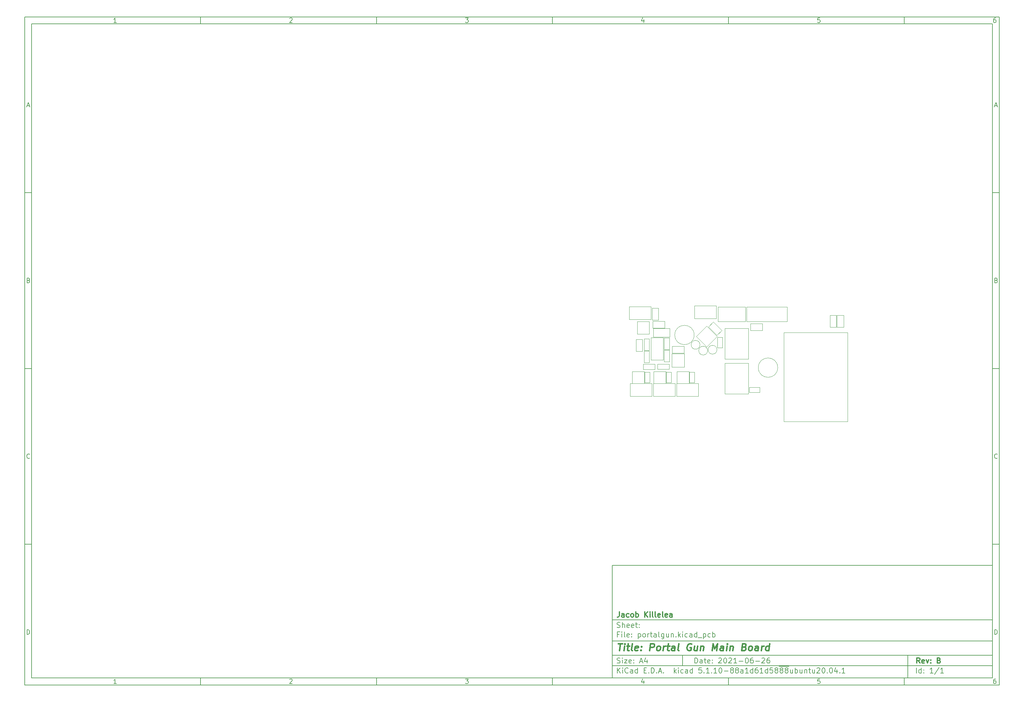
<source format=gbr>
%TF.GenerationSoftware,KiCad,Pcbnew,5.1.10-88a1d61d58~88~ubuntu20.04.1*%
%TF.CreationDate,2021-06-26T15:26:23-05:00*%
%TF.ProjectId,portalgun,706f7274-616c-4677-956e-2e6b69636164,B*%
%TF.SameCoordinates,Original*%
%TF.FileFunction,Other,User*%
%FSLAX46Y46*%
G04 Gerber Fmt 4.6, Leading zero omitted, Abs format (unit mm)*
G04 Created by KiCad (PCBNEW 5.1.10-88a1d61d58~88~ubuntu20.04.1) date 2021-06-26 15:26:23*
%MOMM*%
%LPD*%
G01*
G04 APERTURE LIST*
%ADD10C,0.100000*%
%ADD11C,0.150000*%
%ADD12C,0.300000*%
%ADD13C,0.400000*%
%ADD14C,0.050000*%
G04 APERTURE END LIST*
D10*
D11*
X177002200Y-166007200D02*
X177002200Y-198007200D01*
X285002200Y-198007200D01*
X285002200Y-166007200D01*
X177002200Y-166007200D01*
D10*
D11*
X10000000Y-10000000D02*
X10000000Y-200007200D01*
X287002200Y-200007200D01*
X287002200Y-10000000D01*
X10000000Y-10000000D01*
D10*
D11*
X12000000Y-12000000D02*
X12000000Y-198007200D01*
X285002200Y-198007200D01*
X285002200Y-12000000D01*
X12000000Y-12000000D01*
D10*
D11*
X60000000Y-12000000D02*
X60000000Y-10000000D01*
D10*
D11*
X110000000Y-12000000D02*
X110000000Y-10000000D01*
D10*
D11*
X160000000Y-12000000D02*
X160000000Y-10000000D01*
D10*
D11*
X210000000Y-12000000D02*
X210000000Y-10000000D01*
D10*
D11*
X260000000Y-12000000D02*
X260000000Y-10000000D01*
D10*
D11*
X36065476Y-11588095D02*
X35322619Y-11588095D01*
X35694047Y-11588095D02*
X35694047Y-10288095D01*
X35570238Y-10473809D01*
X35446428Y-10597619D01*
X35322619Y-10659523D01*
D10*
D11*
X85322619Y-10411904D02*
X85384523Y-10350000D01*
X85508333Y-10288095D01*
X85817857Y-10288095D01*
X85941666Y-10350000D01*
X86003571Y-10411904D01*
X86065476Y-10535714D01*
X86065476Y-10659523D01*
X86003571Y-10845238D01*
X85260714Y-11588095D01*
X86065476Y-11588095D01*
D10*
D11*
X135260714Y-10288095D02*
X136065476Y-10288095D01*
X135632142Y-10783333D01*
X135817857Y-10783333D01*
X135941666Y-10845238D01*
X136003571Y-10907142D01*
X136065476Y-11030952D01*
X136065476Y-11340476D01*
X136003571Y-11464285D01*
X135941666Y-11526190D01*
X135817857Y-11588095D01*
X135446428Y-11588095D01*
X135322619Y-11526190D01*
X135260714Y-11464285D01*
D10*
D11*
X185941666Y-10721428D02*
X185941666Y-11588095D01*
X185632142Y-10226190D02*
X185322619Y-11154761D01*
X186127380Y-11154761D01*
D10*
D11*
X236003571Y-10288095D02*
X235384523Y-10288095D01*
X235322619Y-10907142D01*
X235384523Y-10845238D01*
X235508333Y-10783333D01*
X235817857Y-10783333D01*
X235941666Y-10845238D01*
X236003571Y-10907142D01*
X236065476Y-11030952D01*
X236065476Y-11340476D01*
X236003571Y-11464285D01*
X235941666Y-11526190D01*
X235817857Y-11588095D01*
X235508333Y-11588095D01*
X235384523Y-11526190D01*
X235322619Y-11464285D01*
D10*
D11*
X285941666Y-10288095D02*
X285694047Y-10288095D01*
X285570238Y-10350000D01*
X285508333Y-10411904D01*
X285384523Y-10597619D01*
X285322619Y-10845238D01*
X285322619Y-11340476D01*
X285384523Y-11464285D01*
X285446428Y-11526190D01*
X285570238Y-11588095D01*
X285817857Y-11588095D01*
X285941666Y-11526190D01*
X286003571Y-11464285D01*
X286065476Y-11340476D01*
X286065476Y-11030952D01*
X286003571Y-10907142D01*
X285941666Y-10845238D01*
X285817857Y-10783333D01*
X285570238Y-10783333D01*
X285446428Y-10845238D01*
X285384523Y-10907142D01*
X285322619Y-11030952D01*
D10*
D11*
X60000000Y-198007200D02*
X60000000Y-200007200D01*
D10*
D11*
X110000000Y-198007200D02*
X110000000Y-200007200D01*
D10*
D11*
X160000000Y-198007200D02*
X160000000Y-200007200D01*
D10*
D11*
X210000000Y-198007200D02*
X210000000Y-200007200D01*
D10*
D11*
X260000000Y-198007200D02*
X260000000Y-200007200D01*
D10*
D11*
X36065476Y-199595295D02*
X35322619Y-199595295D01*
X35694047Y-199595295D02*
X35694047Y-198295295D01*
X35570238Y-198481009D01*
X35446428Y-198604819D01*
X35322619Y-198666723D01*
D10*
D11*
X85322619Y-198419104D02*
X85384523Y-198357200D01*
X85508333Y-198295295D01*
X85817857Y-198295295D01*
X85941666Y-198357200D01*
X86003571Y-198419104D01*
X86065476Y-198542914D01*
X86065476Y-198666723D01*
X86003571Y-198852438D01*
X85260714Y-199595295D01*
X86065476Y-199595295D01*
D10*
D11*
X135260714Y-198295295D02*
X136065476Y-198295295D01*
X135632142Y-198790533D01*
X135817857Y-198790533D01*
X135941666Y-198852438D01*
X136003571Y-198914342D01*
X136065476Y-199038152D01*
X136065476Y-199347676D01*
X136003571Y-199471485D01*
X135941666Y-199533390D01*
X135817857Y-199595295D01*
X135446428Y-199595295D01*
X135322619Y-199533390D01*
X135260714Y-199471485D01*
D10*
D11*
X185941666Y-198728628D02*
X185941666Y-199595295D01*
X185632142Y-198233390D02*
X185322619Y-199161961D01*
X186127380Y-199161961D01*
D10*
D11*
X236003571Y-198295295D02*
X235384523Y-198295295D01*
X235322619Y-198914342D01*
X235384523Y-198852438D01*
X235508333Y-198790533D01*
X235817857Y-198790533D01*
X235941666Y-198852438D01*
X236003571Y-198914342D01*
X236065476Y-199038152D01*
X236065476Y-199347676D01*
X236003571Y-199471485D01*
X235941666Y-199533390D01*
X235817857Y-199595295D01*
X235508333Y-199595295D01*
X235384523Y-199533390D01*
X235322619Y-199471485D01*
D10*
D11*
X285941666Y-198295295D02*
X285694047Y-198295295D01*
X285570238Y-198357200D01*
X285508333Y-198419104D01*
X285384523Y-198604819D01*
X285322619Y-198852438D01*
X285322619Y-199347676D01*
X285384523Y-199471485D01*
X285446428Y-199533390D01*
X285570238Y-199595295D01*
X285817857Y-199595295D01*
X285941666Y-199533390D01*
X286003571Y-199471485D01*
X286065476Y-199347676D01*
X286065476Y-199038152D01*
X286003571Y-198914342D01*
X285941666Y-198852438D01*
X285817857Y-198790533D01*
X285570238Y-198790533D01*
X285446428Y-198852438D01*
X285384523Y-198914342D01*
X285322619Y-199038152D01*
D10*
D11*
X10000000Y-60000000D02*
X12000000Y-60000000D01*
D10*
D11*
X10000000Y-110000000D02*
X12000000Y-110000000D01*
D10*
D11*
X10000000Y-160000000D02*
X12000000Y-160000000D01*
D10*
D11*
X10690476Y-35216666D02*
X11309523Y-35216666D01*
X10566666Y-35588095D02*
X11000000Y-34288095D01*
X11433333Y-35588095D01*
D10*
D11*
X11092857Y-84907142D02*
X11278571Y-84969047D01*
X11340476Y-85030952D01*
X11402380Y-85154761D01*
X11402380Y-85340476D01*
X11340476Y-85464285D01*
X11278571Y-85526190D01*
X11154761Y-85588095D01*
X10659523Y-85588095D01*
X10659523Y-84288095D01*
X11092857Y-84288095D01*
X11216666Y-84350000D01*
X11278571Y-84411904D01*
X11340476Y-84535714D01*
X11340476Y-84659523D01*
X11278571Y-84783333D01*
X11216666Y-84845238D01*
X11092857Y-84907142D01*
X10659523Y-84907142D01*
D10*
D11*
X11402380Y-135464285D02*
X11340476Y-135526190D01*
X11154761Y-135588095D01*
X11030952Y-135588095D01*
X10845238Y-135526190D01*
X10721428Y-135402380D01*
X10659523Y-135278571D01*
X10597619Y-135030952D01*
X10597619Y-134845238D01*
X10659523Y-134597619D01*
X10721428Y-134473809D01*
X10845238Y-134350000D01*
X11030952Y-134288095D01*
X11154761Y-134288095D01*
X11340476Y-134350000D01*
X11402380Y-134411904D01*
D10*
D11*
X10659523Y-185588095D02*
X10659523Y-184288095D01*
X10969047Y-184288095D01*
X11154761Y-184350000D01*
X11278571Y-184473809D01*
X11340476Y-184597619D01*
X11402380Y-184845238D01*
X11402380Y-185030952D01*
X11340476Y-185278571D01*
X11278571Y-185402380D01*
X11154761Y-185526190D01*
X10969047Y-185588095D01*
X10659523Y-185588095D01*
D10*
D11*
X287002200Y-60000000D02*
X285002200Y-60000000D01*
D10*
D11*
X287002200Y-110000000D02*
X285002200Y-110000000D01*
D10*
D11*
X287002200Y-160000000D02*
X285002200Y-160000000D01*
D10*
D11*
X285692676Y-35216666D02*
X286311723Y-35216666D01*
X285568866Y-35588095D02*
X286002200Y-34288095D01*
X286435533Y-35588095D01*
D10*
D11*
X286095057Y-84907142D02*
X286280771Y-84969047D01*
X286342676Y-85030952D01*
X286404580Y-85154761D01*
X286404580Y-85340476D01*
X286342676Y-85464285D01*
X286280771Y-85526190D01*
X286156961Y-85588095D01*
X285661723Y-85588095D01*
X285661723Y-84288095D01*
X286095057Y-84288095D01*
X286218866Y-84350000D01*
X286280771Y-84411904D01*
X286342676Y-84535714D01*
X286342676Y-84659523D01*
X286280771Y-84783333D01*
X286218866Y-84845238D01*
X286095057Y-84907142D01*
X285661723Y-84907142D01*
D10*
D11*
X286404580Y-135464285D02*
X286342676Y-135526190D01*
X286156961Y-135588095D01*
X286033152Y-135588095D01*
X285847438Y-135526190D01*
X285723628Y-135402380D01*
X285661723Y-135278571D01*
X285599819Y-135030952D01*
X285599819Y-134845238D01*
X285661723Y-134597619D01*
X285723628Y-134473809D01*
X285847438Y-134350000D01*
X286033152Y-134288095D01*
X286156961Y-134288095D01*
X286342676Y-134350000D01*
X286404580Y-134411904D01*
D10*
D11*
X285661723Y-185588095D02*
X285661723Y-184288095D01*
X285971247Y-184288095D01*
X286156961Y-184350000D01*
X286280771Y-184473809D01*
X286342676Y-184597619D01*
X286404580Y-184845238D01*
X286404580Y-185030952D01*
X286342676Y-185278571D01*
X286280771Y-185402380D01*
X286156961Y-185526190D01*
X285971247Y-185588095D01*
X285661723Y-185588095D01*
D10*
D11*
X200434342Y-193785771D02*
X200434342Y-192285771D01*
X200791485Y-192285771D01*
X201005771Y-192357200D01*
X201148628Y-192500057D01*
X201220057Y-192642914D01*
X201291485Y-192928628D01*
X201291485Y-193142914D01*
X201220057Y-193428628D01*
X201148628Y-193571485D01*
X201005771Y-193714342D01*
X200791485Y-193785771D01*
X200434342Y-193785771D01*
X202577200Y-193785771D02*
X202577200Y-193000057D01*
X202505771Y-192857200D01*
X202362914Y-192785771D01*
X202077200Y-192785771D01*
X201934342Y-192857200D01*
X202577200Y-193714342D02*
X202434342Y-193785771D01*
X202077200Y-193785771D01*
X201934342Y-193714342D01*
X201862914Y-193571485D01*
X201862914Y-193428628D01*
X201934342Y-193285771D01*
X202077200Y-193214342D01*
X202434342Y-193214342D01*
X202577200Y-193142914D01*
X203077200Y-192785771D02*
X203648628Y-192785771D01*
X203291485Y-192285771D02*
X203291485Y-193571485D01*
X203362914Y-193714342D01*
X203505771Y-193785771D01*
X203648628Y-193785771D01*
X204720057Y-193714342D02*
X204577200Y-193785771D01*
X204291485Y-193785771D01*
X204148628Y-193714342D01*
X204077200Y-193571485D01*
X204077200Y-193000057D01*
X204148628Y-192857200D01*
X204291485Y-192785771D01*
X204577200Y-192785771D01*
X204720057Y-192857200D01*
X204791485Y-193000057D01*
X204791485Y-193142914D01*
X204077200Y-193285771D01*
X205434342Y-193642914D02*
X205505771Y-193714342D01*
X205434342Y-193785771D01*
X205362914Y-193714342D01*
X205434342Y-193642914D01*
X205434342Y-193785771D01*
X205434342Y-192857200D02*
X205505771Y-192928628D01*
X205434342Y-193000057D01*
X205362914Y-192928628D01*
X205434342Y-192857200D01*
X205434342Y-193000057D01*
X207220057Y-192428628D02*
X207291485Y-192357200D01*
X207434342Y-192285771D01*
X207791485Y-192285771D01*
X207934342Y-192357200D01*
X208005771Y-192428628D01*
X208077200Y-192571485D01*
X208077200Y-192714342D01*
X208005771Y-192928628D01*
X207148628Y-193785771D01*
X208077200Y-193785771D01*
X209005771Y-192285771D02*
X209148628Y-192285771D01*
X209291485Y-192357200D01*
X209362914Y-192428628D01*
X209434342Y-192571485D01*
X209505771Y-192857200D01*
X209505771Y-193214342D01*
X209434342Y-193500057D01*
X209362914Y-193642914D01*
X209291485Y-193714342D01*
X209148628Y-193785771D01*
X209005771Y-193785771D01*
X208862914Y-193714342D01*
X208791485Y-193642914D01*
X208720057Y-193500057D01*
X208648628Y-193214342D01*
X208648628Y-192857200D01*
X208720057Y-192571485D01*
X208791485Y-192428628D01*
X208862914Y-192357200D01*
X209005771Y-192285771D01*
X210077200Y-192428628D02*
X210148628Y-192357200D01*
X210291485Y-192285771D01*
X210648628Y-192285771D01*
X210791485Y-192357200D01*
X210862914Y-192428628D01*
X210934342Y-192571485D01*
X210934342Y-192714342D01*
X210862914Y-192928628D01*
X210005771Y-193785771D01*
X210934342Y-193785771D01*
X212362914Y-193785771D02*
X211505771Y-193785771D01*
X211934342Y-193785771D02*
X211934342Y-192285771D01*
X211791485Y-192500057D01*
X211648628Y-192642914D01*
X211505771Y-192714342D01*
X213005771Y-193214342D02*
X214148628Y-193214342D01*
X215148628Y-192285771D02*
X215291485Y-192285771D01*
X215434342Y-192357200D01*
X215505771Y-192428628D01*
X215577200Y-192571485D01*
X215648628Y-192857200D01*
X215648628Y-193214342D01*
X215577200Y-193500057D01*
X215505771Y-193642914D01*
X215434342Y-193714342D01*
X215291485Y-193785771D01*
X215148628Y-193785771D01*
X215005771Y-193714342D01*
X214934342Y-193642914D01*
X214862914Y-193500057D01*
X214791485Y-193214342D01*
X214791485Y-192857200D01*
X214862914Y-192571485D01*
X214934342Y-192428628D01*
X215005771Y-192357200D01*
X215148628Y-192285771D01*
X216934342Y-192285771D02*
X216648628Y-192285771D01*
X216505771Y-192357200D01*
X216434342Y-192428628D01*
X216291485Y-192642914D01*
X216220057Y-192928628D01*
X216220057Y-193500057D01*
X216291485Y-193642914D01*
X216362914Y-193714342D01*
X216505771Y-193785771D01*
X216791485Y-193785771D01*
X216934342Y-193714342D01*
X217005771Y-193642914D01*
X217077200Y-193500057D01*
X217077200Y-193142914D01*
X217005771Y-193000057D01*
X216934342Y-192928628D01*
X216791485Y-192857200D01*
X216505771Y-192857200D01*
X216362914Y-192928628D01*
X216291485Y-193000057D01*
X216220057Y-193142914D01*
X217720057Y-193214342D02*
X218862914Y-193214342D01*
X219505771Y-192428628D02*
X219577200Y-192357200D01*
X219720057Y-192285771D01*
X220077200Y-192285771D01*
X220220057Y-192357200D01*
X220291485Y-192428628D01*
X220362914Y-192571485D01*
X220362914Y-192714342D01*
X220291485Y-192928628D01*
X219434342Y-193785771D01*
X220362914Y-193785771D01*
X221648628Y-192285771D02*
X221362914Y-192285771D01*
X221220057Y-192357200D01*
X221148628Y-192428628D01*
X221005771Y-192642914D01*
X220934342Y-192928628D01*
X220934342Y-193500057D01*
X221005771Y-193642914D01*
X221077200Y-193714342D01*
X221220057Y-193785771D01*
X221505771Y-193785771D01*
X221648628Y-193714342D01*
X221720057Y-193642914D01*
X221791485Y-193500057D01*
X221791485Y-193142914D01*
X221720057Y-193000057D01*
X221648628Y-192928628D01*
X221505771Y-192857200D01*
X221220057Y-192857200D01*
X221077200Y-192928628D01*
X221005771Y-193000057D01*
X220934342Y-193142914D01*
D10*
D11*
X177002200Y-194507200D02*
X285002200Y-194507200D01*
D10*
D11*
X178434342Y-196585771D02*
X178434342Y-195085771D01*
X179291485Y-196585771D02*
X178648628Y-195728628D01*
X179291485Y-195085771D02*
X178434342Y-195942914D01*
X179934342Y-196585771D02*
X179934342Y-195585771D01*
X179934342Y-195085771D02*
X179862914Y-195157200D01*
X179934342Y-195228628D01*
X180005771Y-195157200D01*
X179934342Y-195085771D01*
X179934342Y-195228628D01*
X181505771Y-196442914D02*
X181434342Y-196514342D01*
X181220057Y-196585771D01*
X181077200Y-196585771D01*
X180862914Y-196514342D01*
X180720057Y-196371485D01*
X180648628Y-196228628D01*
X180577200Y-195942914D01*
X180577200Y-195728628D01*
X180648628Y-195442914D01*
X180720057Y-195300057D01*
X180862914Y-195157200D01*
X181077200Y-195085771D01*
X181220057Y-195085771D01*
X181434342Y-195157200D01*
X181505771Y-195228628D01*
X182791485Y-196585771D02*
X182791485Y-195800057D01*
X182720057Y-195657200D01*
X182577200Y-195585771D01*
X182291485Y-195585771D01*
X182148628Y-195657200D01*
X182791485Y-196514342D02*
X182648628Y-196585771D01*
X182291485Y-196585771D01*
X182148628Y-196514342D01*
X182077200Y-196371485D01*
X182077200Y-196228628D01*
X182148628Y-196085771D01*
X182291485Y-196014342D01*
X182648628Y-196014342D01*
X182791485Y-195942914D01*
X184148628Y-196585771D02*
X184148628Y-195085771D01*
X184148628Y-196514342D02*
X184005771Y-196585771D01*
X183720057Y-196585771D01*
X183577200Y-196514342D01*
X183505771Y-196442914D01*
X183434342Y-196300057D01*
X183434342Y-195871485D01*
X183505771Y-195728628D01*
X183577200Y-195657200D01*
X183720057Y-195585771D01*
X184005771Y-195585771D01*
X184148628Y-195657200D01*
X186005771Y-195800057D02*
X186505771Y-195800057D01*
X186720057Y-196585771D02*
X186005771Y-196585771D01*
X186005771Y-195085771D01*
X186720057Y-195085771D01*
X187362914Y-196442914D02*
X187434342Y-196514342D01*
X187362914Y-196585771D01*
X187291485Y-196514342D01*
X187362914Y-196442914D01*
X187362914Y-196585771D01*
X188077200Y-196585771D02*
X188077200Y-195085771D01*
X188434342Y-195085771D01*
X188648628Y-195157200D01*
X188791485Y-195300057D01*
X188862914Y-195442914D01*
X188934342Y-195728628D01*
X188934342Y-195942914D01*
X188862914Y-196228628D01*
X188791485Y-196371485D01*
X188648628Y-196514342D01*
X188434342Y-196585771D01*
X188077200Y-196585771D01*
X189577200Y-196442914D02*
X189648628Y-196514342D01*
X189577200Y-196585771D01*
X189505771Y-196514342D01*
X189577200Y-196442914D01*
X189577200Y-196585771D01*
X190220057Y-196157200D02*
X190934342Y-196157200D01*
X190077200Y-196585771D02*
X190577200Y-195085771D01*
X191077200Y-196585771D01*
X191577200Y-196442914D02*
X191648628Y-196514342D01*
X191577200Y-196585771D01*
X191505771Y-196514342D01*
X191577200Y-196442914D01*
X191577200Y-196585771D01*
X194577200Y-196585771D02*
X194577200Y-195085771D01*
X194720057Y-196014342D02*
X195148628Y-196585771D01*
X195148628Y-195585771D02*
X194577200Y-196157200D01*
X195791485Y-196585771D02*
X195791485Y-195585771D01*
X195791485Y-195085771D02*
X195720057Y-195157200D01*
X195791485Y-195228628D01*
X195862914Y-195157200D01*
X195791485Y-195085771D01*
X195791485Y-195228628D01*
X197148628Y-196514342D02*
X197005771Y-196585771D01*
X196720057Y-196585771D01*
X196577200Y-196514342D01*
X196505771Y-196442914D01*
X196434342Y-196300057D01*
X196434342Y-195871485D01*
X196505771Y-195728628D01*
X196577200Y-195657200D01*
X196720057Y-195585771D01*
X197005771Y-195585771D01*
X197148628Y-195657200D01*
X198434342Y-196585771D02*
X198434342Y-195800057D01*
X198362914Y-195657200D01*
X198220057Y-195585771D01*
X197934342Y-195585771D01*
X197791485Y-195657200D01*
X198434342Y-196514342D02*
X198291485Y-196585771D01*
X197934342Y-196585771D01*
X197791485Y-196514342D01*
X197720057Y-196371485D01*
X197720057Y-196228628D01*
X197791485Y-196085771D01*
X197934342Y-196014342D01*
X198291485Y-196014342D01*
X198434342Y-195942914D01*
X199791485Y-196585771D02*
X199791485Y-195085771D01*
X199791485Y-196514342D02*
X199648628Y-196585771D01*
X199362914Y-196585771D01*
X199220057Y-196514342D01*
X199148628Y-196442914D01*
X199077200Y-196300057D01*
X199077200Y-195871485D01*
X199148628Y-195728628D01*
X199220057Y-195657200D01*
X199362914Y-195585771D01*
X199648628Y-195585771D01*
X199791485Y-195657200D01*
X202362914Y-195085771D02*
X201648628Y-195085771D01*
X201577200Y-195800057D01*
X201648628Y-195728628D01*
X201791485Y-195657200D01*
X202148628Y-195657200D01*
X202291485Y-195728628D01*
X202362914Y-195800057D01*
X202434342Y-195942914D01*
X202434342Y-196300057D01*
X202362914Y-196442914D01*
X202291485Y-196514342D01*
X202148628Y-196585771D01*
X201791485Y-196585771D01*
X201648628Y-196514342D01*
X201577200Y-196442914D01*
X203077200Y-196442914D02*
X203148628Y-196514342D01*
X203077200Y-196585771D01*
X203005771Y-196514342D01*
X203077200Y-196442914D01*
X203077200Y-196585771D01*
X204577200Y-196585771D02*
X203720057Y-196585771D01*
X204148628Y-196585771D02*
X204148628Y-195085771D01*
X204005771Y-195300057D01*
X203862914Y-195442914D01*
X203720057Y-195514342D01*
X205220057Y-196442914D02*
X205291485Y-196514342D01*
X205220057Y-196585771D01*
X205148628Y-196514342D01*
X205220057Y-196442914D01*
X205220057Y-196585771D01*
X206720057Y-196585771D02*
X205862914Y-196585771D01*
X206291485Y-196585771D02*
X206291485Y-195085771D01*
X206148628Y-195300057D01*
X206005771Y-195442914D01*
X205862914Y-195514342D01*
X207648628Y-195085771D02*
X207791485Y-195085771D01*
X207934342Y-195157200D01*
X208005771Y-195228628D01*
X208077200Y-195371485D01*
X208148628Y-195657200D01*
X208148628Y-196014342D01*
X208077200Y-196300057D01*
X208005771Y-196442914D01*
X207934342Y-196514342D01*
X207791485Y-196585771D01*
X207648628Y-196585771D01*
X207505771Y-196514342D01*
X207434342Y-196442914D01*
X207362914Y-196300057D01*
X207291485Y-196014342D01*
X207291485Y-195657200D01*
X207362914Y-195371485D01*
X207434342Y-195228628D01*
X207505771Y-195157200D01*
X207648628Y-195085771D01*
X208791485Y-196014342D02*
X209934342Y-196014342D01*
X210862914Y-195728628D02*
X210720057Y-195657200D01*
X210648628Y-195585771D01*
X210577200Y-195442914D01*
X210577200Y-195371485D01*
X210648628Y-195228628D01*
X210720057Y-195157200D01*
X210862914Y-195085771D01*
X211148628Y-195085771D01*
X211291485Y-195157200D01*
X211362914Y-195228628D01*
X211434342Y-195371485D01*
X211434342Y-195442914D01*
X211362914Y-195585771D01*
X211291485Y-195657200D01*
X211148628Y-195728628D01*
X210862914Y-195728628D01*
X210720057Y-195800057D01*
X210648628Y-195871485D01*
X210577200Y-196014342D01*
X210577200Y-196300057D01*
X210648628Y-196442914D01*
X210720057Y-196514342D01*
X210862914Y-196585771D01*
X211148628Y-196585771D01*
X211291485Y-196514342D01*
X211362914Y-196442914D01*
X211434342Y-196300057D01*
X211434342Y-196014342D01*
X211362914Y-195871485D01*
X211291485Y-195800057D01*
X211148628Y-195728628D01*
X212291485Y-195728628D02*
X212148628Y-195657200D01*
X212077200Y-195585771D01*
X212005771Y-195442914D01*
X212005771Y-195371485D01*
X212077200Y-195228628D01*
X212148628Y-195157200D01*
X212291485Y-195085771D01*
X212577200Y-195085771D01*
X212720057Y-195157200D01*
X212791485Y-195228628D01*
X212862914Y-195371485D01*
X212862914Y-195442914D01*
X212791485Y-195585771D01*
X212720057Y-195657200D01*
X212577200Y-195728628D01*
X212291485Y-195728628D01*
X212148628Y-195800057D01*
X212077200Y-195871485D01*
X212005771Y-196014342D01*
X212005771Y-196300057D01*
X212077200Y-196442914D01*
X212148628Y-196514342D01*
X212291485Y-196585771D01*
X212577200Y-196585771D01*
X212720057Y-196514342D01*
X212791485Y-196442914D01*
X212862914Y-196300057D01*
X212862914Y-196014342D01*
X212791485Y-195871485D01*
X212720057Y-195800057D01*
X212577200Y-195728628D01*
X214148628Y-196585771D02*
X214148628Y-195800057D01*
X214077200Y-195657200D01*
X213934342Y-195585771D01*
X213648628Y-195585771D01*
X213505771Y-195657200D01*
X214148628Y-196514342D02*
X214005771Y-196585771D01*
X213648628Y-196585771D01*
X213505771Y-196514342D01*
X213434342Y-196371485D01*
X213434342Y-196228628D01*
X213505771Y-196085771D01*
X213648628Y-196014342D01*
X214005771Y-196014342D01*
X214148628Y-195942914D01*
X215648628Y-196585771D02*
X214791485Y-196585771D01*
X215220057Y-196585771D02*
X215220057Y-195085771D01*
X215077200Y-195300057D01*
X214934342Y-195442914D01*
X214791485Y-195514342D01*
X216934342Y-196585771D02*
X216934342Y-195085771D01*
X216934342Y-196514342D02*
X216791485Y-196585771D01*
X216505771Y-196585771D01*
X216362914Y-196514342D01*
X216291485Y-196442914D01*
X216220057Y-196300057D01*
X216220057Y-195871485D01*
X216291485Y-195728628D01*
X216362914Y-195657200D01*
X216505771Y-195585771D01*
X216791485Y-195585771D01*
X216934342Y-195657200D01*
X218291485Y-195085771D02*
X218005771Y-195085771D01*
X217862914Y-195157200D01*
X217791485Y-195228628D01*
X217648628Y-195442914D01*
X217577200Y-195728628D01*
X217577200Y-196300057D01*
X217648628Y-196442914D01*
X217720057Y-196514342D01*
X217862914Y-196585771D01*
X218148628Y-196585771D01*
X218291485Y-196514342D01*
X218362914Y-196442914D01*
X218434342Y-196300057D01*
X218434342Y-195942914D01*
X218362914Y-195800057D01*
X218291485Y-195728628D01*
X218148628Y-195657200D01*
X217862914Y-195657200D01*
X217720057Y-195728628D01*
X217648628Y-195800057D01*
X217577200Y-195942914D01*
X219862914Y-196585771D02*
X219005771Y-196585771D01*
X219434342Y-196585771D02*
X219434342Y-195085771D01*
X219291485Y-195300057D01*
X219148628Y-195442914D01*
X219005771Y-195514342D01*
X221148628Y-196585771D02*
X221148628Y-195085771D01*
X221148628Y-196514342D02*
X221005771Y-196585771D01*
X220720057Y-196585771D01*
X220577200Y-196514342D01*
X220505771Y-196442914D01*
X220434342Y-196300057D01*
X220434342Y-195871485D01*
X220505771Y-195728628D01*
X220577200Y-195657200D01*
X220720057Y-195585771D01*
X221005771Y-195585771D01*
X221148628Y-195657200D01*
X222577200Y-195085771D02*
X221862914Y-195085771D01*
X221791485Y-195800057D01*
X221862914Y-195728628D01*
X222005771Y-195657200D01*
X222362914Y-195657200D01*
X222505771Y-195728628D01*
X222577200Y-195800057D01*
X222648628Y-195942914D01*
X222648628Y-196300057D01*
X222577200Y-196442914D01*
X222505771Y-196514342D01*
X222362914Y-196585771D01*
X222005771Y-196585771D01*
X221862914Y-196514342D01*
X221791485Y-196442914D01*
X223505771Y-195728628D02*
X223362914Y-195657200D01*
X223291485Y-195585771D01*
X223220057Y-195442914D01*
X223220057Y-195371485D01*
X223291485Y-195228628D01*
X223362914Y-195157200D01*
X223505771Y-195085771D01*
X223791485Y-195085771D01*
X223934342Y-195157200D01*
X224005771Y-195228628D01*
X224077200Y-195371485D01*
X224077200Y-195442914D01*
X224005771Y-195585771D01*
X223934342Y-195657200D01*
X223791485Y-195728628D01*
X223505771Y-195728628D01*
X223362914Y-195800057D01*
X223291485Y-195871485D01*
X223220057Y-196014342D01*
X223220057Y-196300057D01*
X223291485Y-196442914D01*
X223362914Y-196514342D01*
X223505771Y-196585771D01*
X223791485Y-196585771D01*
X223934342Y-196514342D01*
X224005771Y-196442914D01*
X224077200Y-196300057D01*
X224077200Y-196014342D01*
X224005771Y-195871485D01*
X223934342Y-195800057D01*
X223791485Y-195728628D01*
X224362914Y-194677200D02*
X225791485Y-194677200D01*
X224934342Y-195728628D02*
X224791485Y-195657200D01*
X224720057Y-195585771D01*
X224648628Y-195442914D01*
X224648628Y-195371485D01*
X224720057Y-195228628D01*
X224791485Y-195157200D01*
X224934342Y-195085771D01*
X225220057Y-195085771D01*
X225362914Y-195157200D01*
X225434342Y-195228628D01*
X225505771Y-195371485D01*
X225505771Y-195442914D01*
X225434342Y-195585771D01*
X225362914Y-195657200D01*
X225220057Y-195728628D01*
X224934342Y-195728628D01*
X224791485Y-195800057D01*
X224720057Y-195871485D01*
X224648628Y-196014342D01*
X224648628Y-196300057D01*
X224720057Y-196442914D01*
X224791485Y-196514342D01*
X224934342Y-196585771D01*
X225220057Y-196585771D01*
X225362914Y-196514342D01*
X225434342Y-196442914D01*
X225505771Y-196300057D01*
X225505771Y-196014342D01*
X225434342Y-195871485D01*
X225362914Y-195800057D01*
X225220057Y-195728628D01*
X225791485Y-194677200D02*
X227220057Y-194677200D01*
X226362914Y-195728628D02*
X226220057Y-195657200D01*
X226148628Y-195585771D01*
X226077199Y-195442914D01*
X226077199Y-195371485D01*
X226148628Y-195228628D01*
X226220057Y-195157200D01*
X226362914Y-195085771D01*
X226648628Y-195085771D01*
X226791485Y-195157200D01*
X226862914Y-195228628D01*
X226934342Y-195371485D01*
X226934342Y-195442914D01*
X226862914Y-195585771D01*
X226791485Y-195657200D01*
X226648628Y-195728628D01*
X226362914Y-195728628D01*
X226220057Y-195800057D01*
X226148628Y-195871485D01*
X226077199Y-196014342D01*
X226077199Y-196300057D01*
X226148628Y-196442914D01*
X226220057Y-196514342D01*
X226362914Y-196585771D01*
X226648628Y-196585771D01*
X226791485Y-196514342D01*
X226862914Y-196442914D01*
X226934342Y-196300057D01*
X226934342Y-196014342D01*
X226862914Y-195871485D01*
X226791485Y-195800057D01*
X226648628Y-195728628D01*
X228220057Y-195585771D02*
X228220057Y-196585771D01*
X227577199Y-195585771D02*
X227577199Y-196371485D01*
X227648628Y-196514342D01*
X227791485Y-196585771D01*
X228005771Y-196585771D01*
X228148628Y-196514342D01*
X228220057Y-196442914D01*
X228934342Y-196585771D02*
X228934342Y-195085771D01*
X228934342Y-195657200D02*
X229077199Y-195585771D01*
X229362914Y-195585771D01*
X229505771Y-195657200D01*
X229577199Y-195728628D01*
X229648628Y-195871485D01*
X229648628Y-196300057D01*
X229577199Y-196442914D01*
X229505771Y-196514342D01*
X229362914Y-196585771D01*
X229077199Y-196585771D01*
X228934342Y-196514342D01*
X230934342Y-195585771D02*
X230934342Y-196585771D01*
X230291485Y-195585771D02*
X230291485Y-196371485D01*
X230362914Y-196514342D01*
X230505771Y-196585771D01*
X230720057Y-196585771D01*
X230862914Y-196514342D01*
X230934342Y-196442914D01*
X231648628Y-195585771D02*
X231648628Y-196585771D01*
X231648628Y-195728628D02*
X231720057Y-195657200D01*
X231862914Y-195585771D01*
X232077199Y-195585771D01*
X232220057Y-195657200D01*
X232291485Y-195800057D01*
X232291485Y-196585771D01*
X232791485Y-195585771D02*
X233362914Y-195585771D01*
X233005771Y-195085771D02*
X233005771Y-196371485D01*
X233077199Y-196514342D01*
X233220057Y-196585771D01*
X233362914Y-196585771D01*
X234505771Y-195585771D02*
X234505771Y-196585771D01*
X233862914Y-195585771D02*
X233862914Y-196371485D01*
X233934342Y-196514342D01*
X234077200Y-196585771D01*
X234291485Y-196585771D01*
X234434342Y-196514342D01*
X234505771Y-196442914D01*
X235148628Y-195228628D02*
X235220057Y-195157200D01*
X235362914Y-195085771D01*
X235720057Y-195085771D01*
X235862914Y-195157200D01*
X235934342Y-195228628D01*
X236005771Y-195371485D01*
X236005771Y-195514342D01*
X235934342Y-195728628D01*
X235077200Y-196585771D01*
X236005771Y-196585771D01*
X236934342Y-195085771D02*
X237077199Y-195085771D01*
X237220057Y-195157200D01*
X237291485Y-195228628D01*
X237362914Y-195371485D01*
X237434342Y-195657200D01*
X237434342Y-196014342D01*
X237362914Y-196300057D01*
X237291485Y-196442914D01*
X237220057Y-196514342D01*
X237077199Y-196585771D01*
X236934342Y-196585771D01*
X236791485Y-196514342D01*
X236720057Y-196442914D01*
X236648628Y-196300057D01*
X236577199Y-196014342D01*
X236577199Y-195657200D01*
X236648628Y-195371485D01*
X236720057Y-195228628D01*
X236791485Y-195157200D01*
X236934342Y-195085771D01*
X238077199Y-196442914D02*
X238148628Y-196514342D01*
X238077199Y-196585771D01*
X238005771Y-196514342D01*
X238077199Y-196442914D01*
X238077199Y-196585771D01*
X239077199Y-195085771D02*
X239220057Y-195085771D01*
X239362914Y-195157200D01*
X239434342Y-195228628D01*
X239505771Y-195371485D01*
X239577199Y-195657200D01*
X239577199Y-196014342D01*
X239505771Y-196300057D01*
X239434342Y-196442914D01*
X239362914Y-196514342D01*
X239220057Y-196585771D01*
X239077199Y-196585771D01*
X238934342Y-196514342D01*
X238862914Y-196442914D01*
X238791485Y-196300057D01*
X238720057Y-196014342D01*
X238720057Y-195657200D01*
X238791485Y-195371485D01*
X238862914Y-195228628D01*
X238934342Y-195157200D01*
X239077199Y-195085771D01*
X240862914Y-195585771D02*
X240862914Y-196585771D01*
X240505771Y-195014342D02*
X240148628Y-196085771D01*
X241077199Y-196085771D01*
X241648628Y-196442914D02*
X241720057Y-196514342D01*
X241648628Y-196585771D01*
X241577199Y-196514342D01*
X241648628Y-196442914D01*
X241648628Y-196585771D01*
X243148628Y-196585771D02*
X242291485Y-196585771D01*
X242720057Y-196585771D02*
X242720057Y-195085771D01*
X242577199Y-195300057D01*
X242434342Y-195442914D01*
X242291485Y-195514342D01*
D10*
D11*
X177002200Y-191507200D02*
X285002200Y-191507200D01*
D10*
D12*
X264411485Y-193785771D02*
X263911485Y-193071485D01*
X263554342Y-193785771D02*
X263554342Y-192285771D01*
X264125771Y-192285771D01*
X264268628Y-192357200D01*
X264340057Y-192428628D01*
X264411485Y-192571485D01*
X264411485Y-192785771D01*
X264340057Y-192928628D01*
X264268628Y-193000057D01*
X264125771Y-193071485D01*
X263554342Y-193071485D01*
X265625771Y-193714342D02*
X265482914Y-193785771D01*
X265197200Y-193785771D01*
X265054342Y-193714342D01*
X264982914Y-193571485D01*
X264982914Y-193000057D01*
X265054342Y-192857200D01*
X265197200Y-192785771D01*
X265482914Y-192785771D01*
X265625771Y-192857200D01*
X265697200Y-193000057D01*
X265697200Y-193142914D01*
X264982914Y-193285771D01*
X266197200Y-192785771D02*
X266554342Y-193785771D01*
X266911485Y-192785771D01*
X267482914Y-193642914D02*
X267554342Y-193714342D01*
X267482914Y-193785771D01*
X267411485Y-193714342D01*
X267482914Y-193642914D01*
X267482914Y-193785771D01*
X267482914Y-192857200D02*
X267554342Y-192928628D01*
X267482914Y-193000057D01*
X267411485Y-192928628D01*
X267482914Y-192857200D01*
X267482914Y-193000057D01*
X269840057Y-193000057D02*
X270054342Y-193071485D01*
X270125771Y-193142914D01*
X270197200Y-193285771D01*
X270197200Y-193500057D01*
X270125771Y-193642914D01*
X270054342Y-193714342D01*
X269911485Y-193785771D01*
X269340057Y-193785771D01*
X269340057Y-192285771D01*
X269840057Y-192285771D01*
X269982914Y-192357200D01*
X270054342Y-192428628D01*
X270125771Y-192571485D01*
X270125771Y-192714342D01*
X270054342Y-192857200D01*
X269982914Y-192928628D01*
X269840057Y-193000057D01*
X269340057Y-193000057D01*
D10*
D11*
X178362914Y-193714342D02*
X178577200Y-193785771D01*
X178934342Y-193785771D01*
X179077200Y-193714342D01*
X179148628Y-193642914D01*
X179220057Y-193500057D01*
X179220057Y-193357200D01*
X179148628Y-193214342D01*
X179077200Y-193142914D01*
X178934342Y-193071485D01*
X178648628Y-193000057D01*
X178505771Y-192928628D01*
X178434342Y-192857200D01*
X178362914Y-192714342D01*
X178362914Y-192571485D01*
X178434342Y-192428628D01*
X178505771Y-192357200D01*
X178648628Y-192285771D01*
X179005771Y-192285771D01*
X179220057Y-192357200D01*
X179862914Y-193785771D02*
X179862914Y-192785771D01*
X179862914Y-192285771D02*
X179791485Y-192357200D01*
X179862914Y-192428628D01*
X179934342Y-192357200D01*
X179862914Y-192285771D01*
X179862914Y-192428628D01*
X180434342Y-192785771D02*
X181220057Y-192785771D01*
X180434342Y-193785771D01*
X181220057Y-193785771D01*
X182362914Y-193714342D02*
X182220057Y-193785771D01*
X181934342Y-193785771D01*
X181791485Y-193714342D01*
X181720057Y-193571485D01*
X181720057Y-193000057D01*
X181791485Y-192857200D01*
X181934342Y-192785771D01*
X182220057Y-192785771D01*
X182362914Y-192857200D01*
X182434342Y-193000057D01*
X182434342Y-193142914D01*
X181720057Y-193285771D01*
X183077200Y-193642914D02*
X183148628Y-193714342D01*
X183077200Y-193785771D01*
X183005771Y-193714342D01*
X183077200Y-193642914D01*
X183077200Y-193785771D01*
X183077200Y-192857200D02*
X183148628Y-192928628D01*
X183077200Y-193000057D01*
X183005771Y-192928628D01*
X183077200Y-192857200D01*
X183077200Y-193000057D01*
X184862914Y-193357200D02*
X185577200Y-193357200D01*
X184720057Y-193785771D02*
X185220057Y-192285771D01*
X185720057Y-193785771D01*
X186862914Y-192785771D02*
X186862914Y-193785771D01*
X186505771Y-192214342D02*
X186148628Y-193285771D01*
X187077200Y-193285771D01*
D10*
D11*
X263434342Y-196585771D02*
X263434342Y-195085771D01*
X264791485Y-196585771D02*
X264791485Y-195085771D01*
X264791485Y-196514342D02*
X264648628Y-196585771D01*
X264362914Y-196585771D01*
X264220057Y-196514342D01*
X264148628Y-196442914D01*
X264077200Y-196300057D01*
X264077200Y-195871485D01*
X264148628Y-195728628D01*
X264220057Y-195657200D01*
X264362914Y-195585771D01*
X264648628Y-195585771D01*
X264791485Y-195657200D01*
X265505771Y-196442914D02*
X265577200Y-196514342D01*
X265505771Y-196585771D01*
X265434342Y-196514342D01*
X265505771Y-196442914D01*
X265505771Y-196585771D01*
X265505771Y-195657200D02*
X265577200Y-195728628D01*
X265505771Y-195800057D01*
X265434342Y-195728628D01*
X265505771Y-195657200D01*
X265505771Y-195800057D01*
X268148628Y-196585771D02*
X267291485Y-196585771D01*
X267720057Y-196585771D02*
X267720057Y-195085771D01*
X267577200Y-195300057D01*
X267434342Y-195442914D01*
X267291485Y-195514342D01*
X269862914Y-195014342D02*
X268577200Y-196942914D01*
X271148628Y-196585771D02*
X270291485Y-196585771D01*
X270720057Y-196585771D02*
X270720057Y-195085771D01*
X270577200Y-195300057D01*
X270434342Y-195442914D01*
X270291485Y-195514342D01*
D10*
D11*
X177002200Y-187507200D02*
X285002200Y-187507200D01*
D10*
D13*
X178714580Y-188211961D02*
X179857438Y-188211961D01*
X179036009Y-190211961D02*
X179286009Y-188211961D01*
X180274104Y-190211961D02*
X180440771Y-188878628D01*
X180524104Y-188211961D02*
X180416961Y-188307200D01*
X180500295Y-188402438D01*
X180607438Y-188307200D01*
X180524104Y-188211961D01*
X180500295Y-188402438D01*
X181107438Y-188878628D02*
X181869342Y-188878628D01*
X181476485Y-188211961D02*
X181262200Y-189926247D01*
X181333628Y-190116723D01*
X181512200Y-190211961D01*
X181702676Y-190211961D01*
X182655057Y-190211961D02*
X182476485Y-190116723D01*
X182405057Y-189926247D01*
X182619342Y-188211961D01*
X184190771Y-190116723D02*
X183988390Y-190211961D01*
X183607438Y-190211961D01*
X183428866Y-190116723D01*
X183357438Y-189926247D01*
X183452676Y-189164342D01*
X183571723Y-188973866D01*
X183774104Y-188878628D01*
X184155057Y-188878628D01*
X184333628Y-188973866D01*
X184405057Y-189164342D01*
X184381247Y-189354819D01*
X183405057Y-189545295D01*
X185155057Y-190021485D02*
X185238390Y-190116723D01*
X185131247Y-190211961D01*
X185047914Y-190116723D01*
X185155057Y-190021485D01*
X185131247Y-190211961D01*
X185286009Y-188973866D02*
X185369342Y-189069104D01*
X185262200Y-189164342D01*
X185178866Y-189069104D01*
X185286009Y-188973866D01*
X185262200Y-189164342D01*
X187607438Y-190211961D02*
X187857438Y-188211961D01*
X188619342Y-188211961D01*
X188797914Y-188307200D01*
X188881247Y-188402438D01*
X188952676Y-188592914D01*
X188916961Y-188878628D01*
X188797914Y-189069104D01*
X188690771Y-189164342D01*
X188488390Y-189259580D01*
X187726485Y-189259580D01*
X189893152Y-190211961D02*
X189714580Y-190116723D01*
X189631247Y-190021485D01*
X189559819Y-189831009D01*
X189631247Y-189259580D01*
X189750295Y-189069104D01*
X189857438Y-188973866D01*
X190059819Y-188878628D01*
X190345533Y-188878628D01*
X190524104Y-188973866D01*
X190607438Y-189069104D01*
X190678866Y-189259580D01*
X190607438Y-189831009D01*
X190488390Y-190021485D01*
X190381247Y-190116723D01*
X190178866Y-190211961D01*
X189893152Y-190211961D01*
X191416961Y-190211961D02*
X191583628Y-188878628D01*
X191536009Y-189259580D02*
X191655057Y-189069104D01*
X191762200Y-188973866D01*
X191964580Y-188878628D01*
X192155057Y-188878628D01*
X192536009Y-188878628D02*
X193297914Y-188878628D01*
X192905057Y-188211961D02*
X192690771Y-189926247D01*
X192762200Y-190116723D01*
X192940771Y-190211961D01*
X193131247Y-190211961D01*
X194655057Y-190211961D02*
X194786009Y-189164342D01*
X194714580Y-188973866D01*
X194536009Y-188878628D01*
X194155057Y-188878628D01*
X193952676Y-188973866D01*
X194666961Y-190116723D02*
X194464580Y-190211961D01*
X193988390Y-190211961D01*
X193809819Y-190116723D01*
X193738390Y-189926247D01*
X193762200Y-189735771D01*
X193881247Y-189545295D01*
X194083628Y-189450057D01*
X194559819Y-189450057D01*
X194762200Y-189354819D01*
X195893152Y-190211961D02*
X195714580Y-190116723D01*
X195643152Y-189926247D01*
X195857438Y-188211961D01*
X199464580Y-188307200D02*
X199286009Y-188211961D01*
X199000295Y-188211961D01*
X198702676Y-188307200D01*
X198488390Y-188497676D01*
X198369342Y-188688152D01*
X198226485Y-189069104D01*
X198190771Y-189354819D01*
X198238390Y-189735771D01*
X198309819Y-189926247D01*
X198476485Y-190116723D01*
X198750295Y-190211961D01*
X198940771Y-190211961D01*
X199238390Y-190116723D01*
X199345533Y-190021485D01*
X199428866Y-189354819D01*
X199047914Y-189354819D01*
X201202676Y-188878628D02*
X201036009Y-190211961D01*
X200345533Y-188878628D02*
X200214580Y-189926247D01*
X200286009Y-190116723D01*
X200464580Y-190211961D01*
X200750295Y-190211961D01*
X200952676Y-190116723D01*
X201059819Y-190021485D01*
X202155057Y-188878628D02*
X201988390Y-190211961D01*
X202131247Y-189069104D02*
X202238390Y-188973866D01*
X202440771Y-188878628D01*
X202726485Y-188878628D01*
X202905057Y-188973866D01*
X202976485Y-189164342D01*
X202845533Y-190211961D01*
X205321723Y-190211961D02*
X205571723Y-188211961D01*
X206059819Y-189640533D01*
X206905057Y-188211961D01*
X206655057Y-190211961D01*
X208464580Y-190211961D02*
X208595533Y-189164342D01*
X208524104Y-188973866D01*
X208345533Y-188878628D01*
X207964580Y-188878628D01*
X207762200Y-188973866D01*
X208476485Y-190116723D02*
X208274104Y-190211961D01*
X207797914Y-190211961D01*
X207619342Y-190116723D01*
X207547914Y-189926247D01*
X207571723Y-189735771D01*
X207690771Y-189545295D01*
X207893152Y-189450057D01*
X208369342Y-189450057D01*
X208571723Y-189354819D01*
X209416961Y-190211961D02*
X209583628Y-188878628D01*
X209666961Y-188211961D02*
X209559819Y-188307200D01*
X209643152Y-188402438D01*
X209750295Y-188307200D01*
X209666961Y-188211961D01*
X209643152Y-188402438D01*
X210536009Y-188878628D02*
X210369342Y-190211961D01*
X210512200Y-189069104D02*
X210619342Y-188973866D01*
X210821723Y-188878628D01*
X211107438Y-188878628D01*
X211286009Y-188973866D01*
X211357438Y-189164342D01*
X211226485Y-190211961D01*
X214500295Y-189164342D02*
X214774104Y-189259580D01*
X214857438Y-189354819D01*
X214928866Y-189545295D01*
X214893152Y-189831009D01*
X214774104Y-190021485D01*
X214666961Y-190116723D01*
X214464580Y-190211961D01*
X213702676Y-190211961D01*
X213952676Y-188211961D01*
X214619342Y-188211961D01*
X214797914Y-188307200D01*
X214881247Y-188402438D01*
X214952676Y-188592914D01*
X214928866Y-188783390D01*
X214809819Y-188973866D01*
X214702676Y-189069104D01*
X214500295Y-189164342D01*
X213833628Y-189164342D01*
X215988390Y-190211961D02*
X215809819Y-190116723D01*
X215726485Y-190021485D01*
X215655057Y-189831009D01*
X215726485Y-189259580D01*
X215845533Y-189069104D01*
X215952676Y-188973866D01*
X216155057Y-188878628D01*
X216440771Y-188878628D01*
X216619342Y-188973866D01*
X216702676Y-189069104D01*
X216774104Y-189259580D01*
X216702676Y-189831009D01*
X216583628Y-190021485D01*
X216476485Y-190116723D01*
X216274104Y-190211961D01*
X215988390Y-190211961D01*
X218369342Y-190211961D02*
X218500295Y-189164342D01*
X218428866Y-188973866D01*
X218250295Y-188878628D01*
X217869342Y-188878628D01*
X217666961Y-188973866D01*
X218381247Y-190116723D02*
X218178866Y-190211961D01*
X217702676Y-190211961D01*
X217524104Y-190116723D01*
X217452676Y-189926247D01*
X217476485Y-189735771D01*
X217595533Y-189545295D01*
X217797914Y-189450057D01*
X218274104Y-189450057D01*
X218476485Y-189354819D01*
X219321723Y-190211961D02*
X219488390Y-188878628D01*
X219440771Y-189259580D02*
X219559819Y-189069104D01*
X219666961Y-188973866D01*
X219869342Y-188878628D01*
X220059819Y-188878628D01*
X221416961Y-190211961D02*
X221666961Y-188211961D01*
X221428866Y-190116723D02*
X221226485Y-190211961D01*
X220845533Y-190211961D01*
X220666961Y-190116723D01*
X220583628Y-190021485D01*
X220512200Y-189831009D01*
X220583628Y-189259580D01*
X220702676Y-189069104D01*
X220809819Y-188973866D01*
X221012200Y-188878628D01*
X221393152Y-188878628D01*
X221571723Y-188973866D01*
D10*
D11*
X178934342Y-185600057D02*
X178434342Y-185600057D01*
X178434342Y-186385771D02*
X178434342Y-184885771D01*
X179148628Y-184885771D01*
X179720057Y-186385771D02*
X179720057Y-185385771D01*
X179720057Y-184885771D02*
X179648628Y-184957200D01*
X179720057Y-185028628D01*
X179791485Y-184957200D01*
X179720057Y-184885771D01*
X179720057Y-185028628D01*
X180648628Y-186385771D02*
X180505771Y-186314342D01*
X180434342Y-186171485D01*
X180434342Y-184885771D01*
X181791485Y-186314342D02*
X181648628Y-186385771D01*
X181362914Y-186385771D01*
X181220057Y-186314342D01*
X181148628Y-186171485D01*
X181148628Y-185600057D01*
X181220057Y-185457200D01*
X181362914Y-185385771D01*
X181648628Y-185385771D01*
X181791485Y-185457200D01*
X181862914Y-185600057D01*
X181862914Y-185742914D01*
X181148628Y-185885771D01*
X182505771Y-186242914D02*
X182577200Y-186314342D01*
X182505771Y-186385771D01*
X182434342Y-186314342D01*
X182505771Y-186242914D01*
X182505771Y-186385771D01*
X182505771Y-185457200D02*
X182577200Y-185528628D01*
X182505771Y-185600057D01*
X182434342Y-185528628D01*
X182505771Y-185457200D01*
X182505771Y-185600057D01*
X184362914Y-185385771D02*
X184362914Y-186885771D01*
X184362914Y-185457200D02*
X184505771Y-185385771D01*
X184791485Y-185385771D01*
X184934342Y-185457200D01*
X185005771Y-185528628D01*
X185077200Y-185671485D01*
X185077200Y-186100057D01*
X185005771Y-186242914D01*
X184934342Y-186314342D01*
X184791485Y-186385771D01*
X184505771Y-186385771D01*
X184362914Y-186314342D01*
X185934342Y-186385771D02*
X185791485Y-186314342D01*
X185720057Y-186242914D01*
X185648628Y-186100057D01*
X185648628Y-185671485D01*
X185720057Y-185528628D01*
X185791485Y-185457200D01*
X185934342Y-185385771D01*
X186148628Y-185385771D01*
X186291485Y-185457200D01*
X186362914Y-185528628D01*
X186434342Y-185671485D01*
X186434342Y-186100057D01*
X186362914Y-186242914D01*
X186291485Y-186314342D01*
X186148628Y-186385771D01*
X185934342Y-186385771D01*
X187077200Y-186385771D02*
X187077200Y-185385771D01*
X187077200Y-185671485D02*
X187148628Y-185528628D01*
X187220057Y-185457200D01*
X187362914Y-185385771D01*
X187505771Y-185385771D01*
X187791485Y-185385771D02*
X188362914Y-185385771D01*
X188005771Y-184885771D02*
X188005771Y-186171485D01*
X188077200Y-186314342D01*
X188220057Y-186385771D01*
X188362914Y-186385771D01*
X189505771Y-186385771D02*
X189505771Y-185600057D01*
X189434342Y-185457200D01*
X189291485Y-185385771D01*
X189005771Y-185385771D01*
X188862914Y-185457200D01*
X189505771Y-186314342D02*
X189362914Y-186385771D01*
X189005771Y-186385771D01*
X188862914Y-186314342D01*
X188791485Y-186171485D01*
X188791485Y-186028628D01*
X188862914Y-185885771D01*
X189005771Y-185814342D01*
X189362914Y-185814342D01*
X189505771Y-185742914D01*
X190434342Y-186385771D02*
X190291485Y-186314342D01*
X190220057Y-186171485D01*
X190220057Y-184885771D01*
X191648628Y-185385771D02*
X191648628Y-186600057D01*
X191577200Y-186742914D01*
X191505771Y-186814342D01*
X191362914Y-186885771D01*
X191148628Y-186885771D01*
X191005771Y-186814342D01*
X191648628Y-186314342D02*
X191505771Y-186385771D01*
X191220057Y-186385771D01*
X191077200Y-186314342D01*
X191005771Y-186242914D01*
X190934342Y-186100057D01*
X190934342Y-185671485D01*
X191005771Y-185528628D01*
X191077200Y-185457200D01*
X191220057Y-185385771D01*
X191505771Y-185385771D01*
X191648628Y-185457200D01*
X193005771Y-185385771D02*
X193005771Y-186385771D01*
X192362914Y-185385771D02*
X192362914Y-186171485D01*
X192434342Y-186314342D01*
X192577200Y-186385771D01*
X192791485Y-186385771D01*
X192934342Y-186314342D01*
X193005771Y-186242914D01*
X193720057Y-185385771D02*
X193720057Y-186385771D01*
X193720057Y-185528628D02*
X193791485Y-185457200D01*
X193934342Y-185385771D01*
X194148628Y-185385771D01*
X194291485Y-185457200D01*
X194362914Y-185600057D01*
X194362914Y-186385771D01*
X195077200Y-186242914D02*
X195148628Y-186314342D01*
X195077200Y-186385771D01*
X195005771Y-186314342D01*
X195077200Y-186242914D01*
X195077200Y-186385771D01*
X195791485Y-186385771D02*
X195791485Y-184885771D01*
X195934342Y-185814342D02*
X196362914Y-186385771D01*
X196362914Y-185385771D02*
X195791485Y-185957200D01*
X197005771Y-186385771D02*
X197005771Y-185385771D01*
X197005771Y-184885771D02*
X196934342Y-184957200D01*
X197005771Y-185028628D01*
X197077200Y-184957200D01*
X197005771Y-184885771D01*
X197005771Y-185028628D01*
X198362914Y-186314342D02*
X198220057Y-186385771D01*
X197934342Y-186385771D01*
X197791485Y-186314342D01*
X197720057Y-186242914D01*
X197648628Y-186100057D01*
X197648628Y-185671485D01*
X197720057Y-185528628D01*
X197791485Y-185457200D01*
X197934342Y-185385771D01*
X198220057Y-185385771D01*
X198362914Y-185457200D01*
X199648628Y-186385771D02*
X199648628Y-185600057D01*
X199577200Y-185457200D01*
X199434342Y-185385771D01*
X199148628Y-185385771D01*
X199005771Y-185457200D01*
X199648628Y-186314342D02*
X199505771Y-186385771D01*
X199148628Y-186385771D01*
X199005771Y-186314342D01*
X198934342Y-186171485D01*
X198934342Y-186028628D01*
X199005771Y-185885771D01*
X199148628Y-185814342D01*
X199505771Y-185814342D01*
X199648628Y-185742914D01*
X201005771Y-186385771D02*
X201005771Y-184885771D01*
X201005771Y-186314342D02*
X200862914Y-186385771D01*
X200577200Y-186385771D01*
X200434342Y-186314342D01*
X200362914Y-186242914D01*
X200291485Y-186100057D01*
X200291485Y-185671485D01*
X200362914Y-185528628D01*
X200434342Y-185457200D01*
X200577200Y-185385771D01*
X200862914Y-185385771D01*
X201005771Y-185457200D01*
X201362914Y-186528628D02*
X202505771Y-186528628D01*
X202862914Y-185385771D02*
X202862914Y-186885771D01*
X202862914Y-185457200D02*
X203005771Y-185385771D01*
X203291485Y-185385771D01*
X203434342Y-185457200D01*
X203505771Y-185528628D01*
X203577200Y-185671485D01*
X203577200Y-186100057D01*
X203505771Y-186242914D01*
X203434342Y-186314342D01*
X203291485Y-186385771D01*
X203005771Y-186385771D01*
X202862914Y-186314342D01*
X204862914Y-186314342D02*
X204720057Y-186385771D01*
X204434342Y-186385771D01*
X204291485Y-186314342D01*
X204220057Y-186242914D01*
X204148628Y-186100057D01*
X204148628Y-185671485D01*
X204220057Y-185528628D01*
X204291485Y-185457200D01*
X204434342Y-185385771D01*
X204720057Y-185385771D01*
X204862914Y-185457200D01*
X205505771Y-186385771D02*
X205505771Y-184885771D01*
X205505771Y-185457200D02*
X205648628Y-185385771D01*
X205934342Y-185385771D01*
X206077200Y-185457200D01*
X206148628Y-185528628D01*
X206220057Y-185671485D01*
X206220057Y-186100057D01*
X206148628Y-186242914D01*
X206077200Y-186314342D01*
X205934342Y-186385771D01*
X205648628Y-186385771D01*
X205505771Y-186314342D01*
D10*
D11*
X177002200Y-181507200D02*
X285002200Y-181507200D01*
D10*
D11*
X178362914Y-183614342D02*
X178577200Y-183685771D01*
X178934342Y-183685771D01*
X179077200Y-183614342D01*
X179148628Y-183542914D01*
X179220057Y-183400057D01*
X179220057Y-183257200D01*
X179148628Y-183114342D01*
X179077200Y-183042914D01*
X178934342Y-182971485D01*
X178648628Y-182900057D01*
X178505771Y-182828628D01*
X178434342Y-182757200D01*
X178362914Y-182614342D01*
X178362914Y-182471485D01*
X178434342Y-182328628D01*
X178505771Y-182257200D01*
X178648628Y-182185771D01*
X179005771Y-182185771D01*
X179220057Y-182257200D01*
X179862914Y-183685771D02*
X179862914Y-182185771D01*
X180505771Y-183685771D02*
X180505771Y-182900057D01*
X180434342Y-182757200D01*
X180291485Y-182685771D01*
X180077200Y-182685771D01*
X179934342Y-182757200D01*
X179862914Y-182828628D01*
X181791485Y-183614342D02*
X181648628Y-183685771D01*
X181362914Y-183685771D01*
X181220057Y-183614342D01*
X181148628Y-183471485D01*
X181148628Y-182900057D01*
X181220057Y-182757200D01*
X181362914Y-182685771D01*
X181648628Y-182685771D01*
X181791485Y-182757200D01*
X181862914Y-182900057D01*
X181862914Y-183042914D01*
X181148628Y-183185771D01*
X183077200Y-183614342D02*
X182934342Y-183685771D01*
X182648628Y-183685771D01*
X182505771Y-183614342D01*
X182434342Y-183471485D01*
X182434342Y-182900057D01*
X182505771Y-182757200D01*
X182648628Y-182685771D01*
X182934342Y-182685771D01*
X183077200Y-182757200D01*
X183148628Y-182900057D01*
X183148628Y-183042914D01*
X182434342Y-183185771D01*
X183577200Y-182685771D02*
X184148628Y-182685771D01*
X183791485Y-182185771D02*
X183791485Y-183471485D01*
X183862914Y-183614342D01*
X184005771Y-183685771D01*
X184148628Y-183685771D01*
X184648628Y-183542914D02*
X184720057Y-183614342D01*
X184648628Y-183685771D01*
X184577200Y-183614342D01*
X184648628Y-183542914D01*
X184648628Y-183685771D01*
X184648628Y-182757200D02*
X184720057Y-182828628D01*
X184648628Y-182900057D01*
X184577200Y-182828628D01*
X184648628Y-182757200D01*
X184648628Y-182900057D01*
D10*
D12*
X178982914Y-179185771D02*
X178982914Y-180257200D01*
X178911485Y-180471485D01*
X178768628Y-180614342D01*
X178554342Y-180685771D01*
X178411485Y-180685771D01*
X180340057Y-180685771D02*
X180340057Y-179900057D01*
X180268628Y-179757200D01*
X180125771Y-179685771D01*
X179840057Y-179685771D01*
X179697200Y-179757200D01*
X180340057Y-180614342D02*
X180197200Y-180685771D01*
X179840057Y-180685771D01*
X179697200Y-180614342D01*
X179625771Y-180471485D01*
X179625771Y-180328628D01*
X179697200Y-180185771D01*
X179840057Y-180114342D01*
X180197200Y-180114342D01*
X180340057Y-180042914D01*
X181697200Y-180614342D02*
X181554342Y-180685771D01*
X181268628Y-180685771D01*
X181125771Y-180614342D01*
X181054342Y-180542914D01*
X180982914Y-180400057D01*
X180982914Y-179971485D01*
X181054342Y-179828628D01*
X181125771Y-179757200D01*
X181268628Y-179685771D01*
X181554342Y-179685771D01*
X181697200Y-179757200D01*
X182554342Y-180685771D02*
X182411485Y-180614342D01*
X182340057Y-180542914D01*
X182268628Y-180400057D01*
X182268628Y-179971485D01*
X182340057Y-179828628D01*
X182411485Y-179757200D01*
X182554342Y-179685771D01*
X182768628Y-179685771D01*
X182911485Y-179757200D01*
X182982914Y-179828628D01*
X183054342Y-179971485D01*
X183054342Y-180400057D01*
X182982914Y-180542914D01*
X182911485Y-180614342D01*
X182768628Y-180685771D01*
X182554342Y-180685771D01*
X183697200Y-180685771D02*
X183697200Y-179185771D01*
X183697200Y-179757200D02*
X183840057Y-179685771D01*
X184125771Y-179685771D01*
X184268628Y-179757200D01*
X184340057Y-179828628D01*
X184411485Y-179971485D01*
X184411485Y-180400057D01*
X184340057Y-180542914D01*
X184268628Y-180614342D01*
X184125771Y-180685771D01*
X183840057Y-180685771D01*
X183697200Y-180614342D01*
X186197200Y-180685771D02*
X186197200Y-179185771D01*
X187054342Y-180685771D02*
X186411485Y-179828628D01*
X187054342Y-179185771D02*
X186197200Y-180042914D01*
X187697200Y-180685771D02*
X187697200Y-179685771D01*
X187697200Y-179185771D02*
X187625771Y-179257200D01*
X187697200Y-179328628D01*
X187768628Y-179257200D01*
X187697200Y-179185771D01*
X187697200Y-179328628D01*
X188625771Y-180685771D02*
X188482914Y-180614342D01*
X188411485Y-180471485D01*
X188411485Y-179185771D01*
X189411485Y-180685771D02*
X189268628Y-180614342D01*
X189197200Y-180471485D01*
X189197200Y-179185771D01*
X190554342Y-180614342D02*
X190411485Y-180685771D01*
X190125771Y-180685771D01*
X189982914Y-180614342D01*
X189911485Y-180471485D01*
X189911485Y-179900057D01*
X189982914Y-179757200D01*
X190125771Y-179685771D01*
X190411485Y-179685771D01*
X190554342Y-179757200D01*
X190625771Y-179900057D01*
X190625771Y-180042914D01*
X189911485Y-180185771D01*
X191482914Y-180685771D02*
X191340057Y-180614342D01*
X191268628Y-180471485D01*
X191268628Y-179185771D01*
X192625771Y-180614342D02*
X192482914Y-180685771D01*
X192197200Y-180685771D01*
X192054342Y-180614342D01*
X191982914Y-180471485D01*
X191982914Y-179900057D01*
X192054342Y-179757200D01*
X192197200Y-179685771D01*
X192482914Y-179685771D01*
X192625771Y-179757200D01*
X192697200Y-179900057D01*
X192697200Y-180042914D01*
X191982914Y-180185771D01*
X193982914Y-180685771D02*
X193982914Y-179900057D01*
X193911485Y-179757200D01*
X193768628Y-179685771D01*
X193482914Y-179685771D01*
X193340057Y-179757200D01*
X193982914Y-180614342D02*
X193840057Y-180685771D01*
X193482914Y-180685771D01*
X193340057Y-180614342D01*
X193268628Y-180471485D01*
X193268628Y-180328628D01*
X193340057Y-180185771D01*
X193482914Y-180114342D01*
X193840057Y-180114342D01*
X193982914Y-180042914D01*
D10*
D11*
X197002200Y-191507200D02*
X197002200Y-194507200D01*
D10*
D11*
X261002200Y-191507200D02*
X261002200Y-198007200D01*
D14*
%TO.C,R13*%
X206851500Y-104096000D02*
X206851500Y-101136000D01*
X208311500Y-104096000D02*
X206851500Y-104096000D01*
X208311500Y-101136000D02*
X208311500Y-104096000D01*
X206851500Y-101136000D02*
X208311500Y-101136000D01*
%TO.C,U4*%
X203835000Y-103807848D02*
X206804848Y-100838000D01*
X206804848Y-100838000D02*
X203835000Y-97868152D01*
X203835000Y-97868152D02*
X200865152Y-100838000D01*
X200865152Y-100838000D02*
X203835000Y-103807848D01*
%TO.C,J5*%
X194840000Y-117878000D02*
X194840000Y-114278000D01*
X188690000Y-117878000D02*
X194840000Y-117878000D01*
X188690000Y-114278000D02*
X188690000Y-117878000D01*
X194840000Y-114278000D02*
X188690000Y-114278000D01*
%TO.C,J10*%
X188236000Y-117878000D02*
X188236000Y-114278000D01*
X182086000Y-117878000D02*
X188236000Y-117878000D01*
X182086000Y-114278000D02*
X182086000Y-117878000D01*
X188236000Y-114278000D02*
X182086000Y-114278000D01*
%TO.C,J4*%
X200384000Y-92180000D02*
X200384000Y-95780000D01*
X206534000Y-92180000D02*
X200384000Y-92180000D01*
X206534000Y-95780000D02*
X206534000Y-92180000D01*
X200384000Y-95780000D02*
X206534000Y-95780000D01*
%TO.C,J3*%
X201444000Y-117878000D02*
X201444000Y-114278000D01*
X195294000Y-117878000D02*
X201444000Y-117878000D01*
X195294000Y-114278000D02*
X195294000Y-117878000D01*
X201444000Y-114278000D02*
X195294000Y-114278000D01*
%TO.C,J1*%
X187982000Y-96034000D02*
X187982000Y-92434000D01*
X181832000Y-96034000D02*
X187982000Y-96034000D01*
X181832000Y-92434000D02*
X181832000Y-96034000D01*
X187982000Y-92434000D02*
X181832000Y-92434000D01*
%TO.C,U2*%
X243873000Y-99803000D02*
X243873000Y-125103000D01*
X225773000Y-99803000D02*
X243873000Y-99803000D01*
X225773000Y-125103000D02*
X225773000Y-99803000D01*
X243873000Y-125103000D02*
X225773000Y-125103000D01*
%TO.C,TP6*%
X206736000Y-104648000D02*
G75*
G03*
X206736000Y-104648000I-1250000J0D01*
G01*
%TO.C,TP5*%
X204069000Y-104902000D02*
G75*
G03*
X204069000Y-104902000I-1250000J0D01*
G01*
%TO.C,TP4*%
X201910000Y-103251000D02*
G75*
G03*
X201910000Y-103251000I-1250000J0D01*
G01*
%TO.C,C12*%
X188480000Y-96556000D02*
X191880000Y-96556000D01*
X188480000Y-98516000D02*
X188480000Y-96556000D01*
X191880000Y-98516000D02*
X188480000Y-98516000D01*
X191880000Y-96556000D02*
X191880000Y-98516000D01*
%TO.C,Q4*%
X184101000Y-100175000D02*
X184101000Y-96675000D01*
X187501000Y-100175000D02*
X184101000Y-100175000D01*
X187501000Y-96675000D02*
X187501000Y-100175000D01*
X184101000Y-96675000D02*
X187501000Y-96675000D01*
%TO.C,C9*%
X219632000Y-99151000D02*
X216232000Y-99151000D01*
X219632000Y-97191000D02*
X219632000Y-99151000D01*
X216232000Y-97191000D02*
X219632000Y-97191000D01*
X216232000Y-99151000D02*
X216232000Y-97191000D01*
%TO.C,C8*%
X197407000Y-105628000D02*
X194007000Y-105628000D01*
X197407000Y-103668000D02*
X197407000Y-105628000D01*
X194007000Y-103668000D02*
X197407000Y-103668000D01*
X194007000Y-105628000D02*
X194007000Y-103668000D01*
%TO.C,C3*%
X206720366Y-100537295D02*
X204316203Y-98133132D01*
X208106295Y-99151366D02*
X206720366Y-100537295D01*
X205702132Y-96747203D02*
X208106295Y-99151366D01*
X204316203Y-98133132D02*
X205702132Y-96747203D01*
%TO.C,C11*%
X240656000Y-94820000D02*
X240656000Y-98220000D01*
X238896000Y-94820000D02*
X240656000Y-94820000D01*
X238896000Y-98220000D02*
X238896000Y-94820000D01*
X240656000Y-98220000D02*
X238896000Y-98220000D01*
%TO.C,SW1*%
X208958000Y-117178000D02*
X208958000Y-108478000D01*
X208958000Y-117178000D02*
X215658000Y-117178000D01*
X215658000Y-117178000D02*
X215658000Y-108478000D01*
X215658000Y-108478000D02*
X208958000Y-108478000D01*
%TO.C,R6*%
X218904000Y-116808000D02*
X215944000Y-116808000D01*
X218904000Y-115348000D02*
X218904000Y-116808000D01*
X215944000Y-115348000D02*
X218904000Y-115348000D01*
X215944000Y-116808000D02*
X215944000Y-115348000D01*
%TO.C,Q3*%
X198854000Y-110822000D02*
X198854000Y-114222000D01*
X198854000Y-114222000D02*
X195354000Y-114222000D01*
X195354000Y-114222000D02*
X195354000Y-110822000D01*
X195354000Y-110822000D02*
X198854000Y-110822000D01*
%TO.C,Q2*%
X192250000Y-110822000D02*
X192250000Y-114222000D01*
X192250000Y-114222000D02*
X188750000Y-114222000D01*
X188750000Y-114222000D02*
X188750000Y-110822000D01*
X188750000Y-110822000D02*
X192250000Y-110822000D01*
%TO.C,Q1*%
X186154000Y-110822000D02*
X186154000Y-114222000D01*
X186154000Y-114222000D02*
X182654000Y-114222000D01*
X182654000Y-114222000D02*
X182654000Y-110822000D01*
X182654000Y-110822000D02*
X186154000Y-110822000D01*
%TO.C,SW2*%
X208958000Y-107272000D02*
X208958000Y-98572000D01*
X208958000Y-107272000D02*
X215658000Y-107272000D01*
X215658000Y-107272000D02*
X215658000Y-98572000D01*
X215658000Y-98572000D02*
X208958000Y-98572000D01*
%TO.C,J2*%
X215170000Y-92446000D02*
X215170000Y-96646000D01*
X215170000Y-96646000D02*
X226670000Y-96646000D01*
X226670000Y-96646000D02*
X226670000Y-92446000D01*
X226670000Y-92446000D02*
X215170000Y-92446000D01*
%TO.C,U3*%
X197507000Y-109596000D02*
X193907000Y-109596000D01*
X197507000Y-105796000D02*
X197507000Y-109596000D01*
X193907000Y-105796000D02*
X197507000Y-105796000D01*
X193907000Y-109596000D02*
X193907000Y-105796000D01*
%TO.C,C2*%
X242788000Y-94820000D02*
X242788000Y-98220000D01*
X240828000Y-94820000D02*
X242788000Y-94820000D01*
X240828000Y-98220000D02*
X240828000Y-94820000D01*
X242788000Y-98220000D02*
X240828000Y-98220000D01*
%TO.C,J9*%
X214792000Y-92446000D02*
X207042000Y-92446000D01*
X214792000Y-96646000D02*
X214792000Y-92446000D01*
X207042000Y-96646000D02*
X214792000Y-96646000D01*
X207042000Y-92446000D02*
X207042000Y-96646000D01*
%TO.C,H2*%
X224000000Y-109741900D02*
G75*
G03*
X224000000Y-109741900I-2750000J0D01*
G01*
%TO.C,R11*%
X187674000Y-111042000D02*
X187674000Y-114002000D01*
X186214000Y-111042000D02*
X187674000Y-111042000D01*
X186214000Y-114002000D02*
X186214000Y-111042000D01*
X187674000Y-114002000D02*
X186214000Y-114002000D01*
%TO.C,R10*%
X193770000Y-111042000D02*
X193770000Y-114002000D01*
X192310000Y-111042000D02*
X193770000Y-111042000D01*
X192310000Y-114002000D02*
X192310000Y-111042000D01*
X193770000Y-114002000D02*
X192310000Y-114002000D01*
%TO.C,R8*%
X200374000Y-111042000D02*
X200374000Y-114002000D01*
X198914000Y-111042000D02*
X200374000Y-111042000D01*
X198914000Y-114002000D02*
X198914000Y-111042000D01*
X200374000Y-114002000D02*
X198914000Y-114002000D01*
%TO.C,H1*%
X200250000Y-100458200D02*
G75*
G03*
X200250000Y-100458200I-2750000J0D01*
G01*
%TO.C,U1*%
X187984000Y-101236000D02*
X187984000Y-107596000D01*
X191484000Y-101236000D02*
X187984000Y-101236000D01*
X191484000Y-107596000D02*
X191484000Y-101236000D01*
X187984000Y-107596000D02*
X191484000Y-107596000D01*
%TO.C,R4*%
X186004000Y-108316000D02*
X186004000Y-105016000D01*
X187464000Y-108316000D02*
X186004000Y-108316000D01*
X187464000Y-105016000D02*
X187464000Y-108316000D01*
X186004000Y-105016000D02*
X187464000Y-105016000D01*
%TO.C,R2*%
X186004000Y-104816000D02*
X186004000Y-101516000D01*
X187464000Y-104816000D02*
X186004000Y-104816000D01*
X187464000Y-101516000D02*
X187464000Y-104816000D01*
X186004000Y-101516000D02*
X187464000Y-101516000D01*
%TO.C,R1*%
X191754000Y-104566000D02*
X191754000Y-101266000D01*
X193214000Y-104566000D02*
X191754000Y-104566000D01*
X193214000Y-101266000D02*
X193214000Y-104566000D01*
X191754000Y-101266000D02*
X193214000Y-101266000D01*
%TO.C,L1*%
X188658000Y-98622000D02*
X193358000Y-98622000D01*
X188658000Y-101022000D02*
X188658000Y-98622000D01*
X193358000Y-101022000D02*
X188658000Y-101022000D01*
X193358000Y-98622000D02*
X193358000Y-101022000D01*
%TO.C,C7*%
X185802000Y-108770000D02*
X189102000Y-108770000D01*
X185802000Y-110230000D02*
X185802000Y-108770000D01*
X189102000Y-110230000D02*
X185802000Y-110230000D01*
X189102000Y-108770000D02*
X189102000Y-110230000D01*
%TO.C,C5*%
X183778000Y-105078000D02*
X183778000Y-101678000D01*
X185538000Y-105078000D02*
X183778000Y-105078000D01*
X185538000Y-101678000D02*
X185538000Y-105078000D01*
X183778000Y-101678000D02*
X185538000Y-101678000D01*
%TO.C,C1*%
X190110000Y-92788000D02*
X190110000Y-96188000D01*
X188350000Y-92788000D02*
X190110000Y-92788000D01*
X188350000Y-96188000D02*
X188350000Y-92788000D01*
X190110000Y-96188000D02*
X188350000Y-96188000D01*
%TO.C,R3*%
X191754000Y-104766000D02*
X193214000Y-104766000D01*
X193214000Y-104766000D02*
X193214000Y-108066000D01*
X193214000Y-108066000D02*
X191754000Y-108066000D01*
X191754000Y-108066000D02*
X191754000Y-104766000D01*
%TO.C,C6*%
X189866000Y-110204000D02*
X189866000Y-108744000D01*
X189866000Y-108744000D02*
X193166000Y-108744000D01*
X193166000Y-108744000D02*
X193166000Y-110204000D01*
X193166000Y-110204000D02*
X189866000Y-110204000D01*
%TD*%
M02*

</source>
